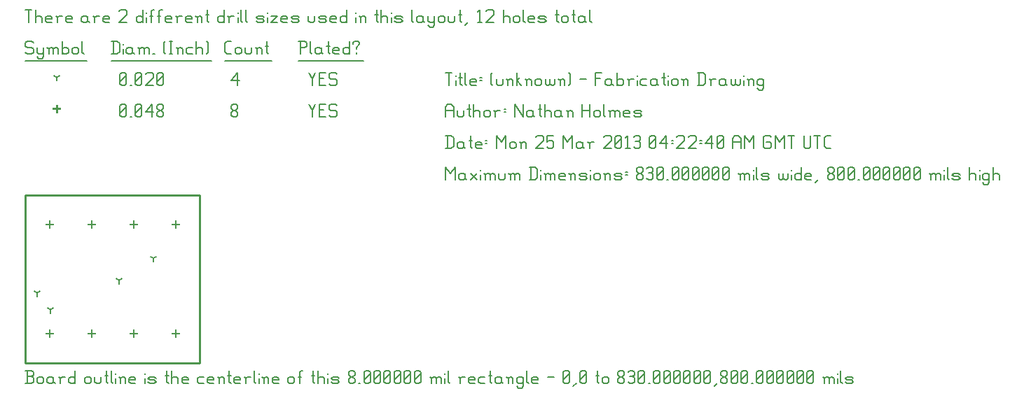
<source format=gbr>
G04 start of page 11 for group -3984 idx -3984 *
G04 Title: (unknown), fab *
G04 Creator: pcb 20110918 *
G04 CreationDate: Mon 25 Mar 2013 04:22:40 AM GMT UTC *
G04 For: ndholmes *
G04 Format: Gerber/RS-274X *
G04 PCB-Dimensions: 83000 80000 *
G04 PCB-Coordinate-Origin: lower left *
%MOIN*%
%FSLAX25Y25*%
%LNFAB*%
%ADD43C,0.0100*%
%ADD42C,0.0075*%
%ADD41C,0.0060*%
%ADD40R,0.0080X0.0080*%
G54D40*X71500Y15600D02*Y12400D01*
X69900Y14000D02*X73100D01*
X51500Y15600D02*Y12400D01*
X49900Y14000D02*X53100D01*
X31500Y15600D02*Y12400D01*
X29900Y14000D02*X33100D01*
X11500Y15600D02*Y12400D01*
X9900Y14000D02*X13100D01*
X11500Y67600D02*Y64400D01*
X9900Y66000D02*X13100D01*
X31500Y67600D02*Y64400D01*
X29900Y66000D02*X33100D01*
X51500Y67600D02*Y64400D01*
X49900Y66000D02*X53100D01*
X71500Y67600D02*Y64400D01*
X69900Y66000D02*X73100D01*
X15000Y122850D02*Y119650D01*
X13400Y121250D02*X16600D01*
G54D41*X135000Y123500D02*X136500Y120500D01*
X138000Y123500D01*
X136500Y120500D02*Y117500D01*
X139800Y120800D02*X142050D01*
X139800Y117500D02*X142800D01*
X139800Y123500D02*Y117500D01*
Y123500D02*X142800D01*
X147600D02*X148350Y122750D01*
X145350Y123500D02*X147600D01*
X144600Y122750D02*X145350Y123500D01*
X144600Y122750D02*Y121250D01*
X145350Y120500D01*
X147600D01*
X148350Y119750D01*
Y118250D01*
X147600Y117500D02*X148350Y118250D01*
X145350Y117500D02*X147600D01*
X144600Y118250D02*X145350Y117500D01*
X98000Y118250D02*X98750Y117500D01*
X98000Y119450D02*Y118250D01*
Y119450D02*X99050Y120500D01*
X99950D01*
X101000Y119450D01*
Y118250D01*
X100250Y117500D02*X101000Y118250D01*
X98750Y117500D02*X100250D01*
X98000Y121550D02*X99050Y120500D01*
X98000Y122750D02*Y121550D01*
Y122750D02*X98750Y123500D01*
X100250D01*
X101000Y122750D01*
Y121550D01*
X99950Y120500D02*X101000Y121550D01*
X45000Y118250D02*X45750Y117500D01*
X45000Y122750D02*Y118250D01*
Y122750D02*X45750Y123500D01*
X47250D01*
X48000Y122750D01*
Y118250D01*
X47250Y117500D02*X48000Y118250D01*
X45750Y117500D02*X47250D01*
X45000Y119000D02*X48000Y122000D01*
X49800Y117500D02*X50550D01*
X52350Y118250D02*X53100Y117500D01*
X52350Y122750D02*Y118250D01*
Y122750D02*X53100Y123500D01*
X54600D01*
X55350Y122750D01*
Y118250D01*
X54600Y117500D02*X55350Y118250D01*
X53100Y117500D02*X54600D01*
X52350Y119000D02*X55350Y122000D01*
X57150Y119750D02*X60150Y123500D01*
X57150Y119750D02*X60900D01*
X60150Y123500D02*Y117500D01*
X62700Y118250D02*X63450Y117500D01*
X62700Y119450D02*Y118250D01*
Y119450D02*X63750Y120500D01*
X64650D01*
X65700Y119450D01*
Y118250D01*
X64950Y117500D02*X65700Y118250D01*
X63450Y117500D02*X64950D01*
X62700Y121550D02*X63750Y120500D01*
X62700Y122750D02*Y121550D01*
Y122750D02*X63450Y123500D01*
X64950D01*
X65700Y122750D01*
Y121550D01*
X64650Y120500D02*X65700Y121550D01*
X44500Y39500D02*Y37900D01*
Y39500D02*X45887Y40300D01*
X44500Y39500D02*X43113Y40300D01*
X5500Y33500D02*Y31900D01*
Y33500D02*X6887Y34300D01*
X5500Y33500D02*X4113Y34300D01*
X12000Y25500D02*Y23900D01*
Y25500D02*X13387Y26300D01*
X12000Y25500D02*X10613Y26300D01*
X61000Y50000D02*Y48400D01*
Y50000D02*X62387Y50800D01*
X61000Y50000D02*X59613Y50800D01*
X15000Y136250D02*Y134650D01*
Y136250D02*X16387Y137050D01*
X15000Y136250D02*X13613Y137050D01*
X135000Y138500D02*X136500Y135500D01*
X138000Y138500D01*
X136500Y135500D02*Y132500D01*
X139800Y135800D02*X142050D01*
X139800Y132500D02*X142800D01*
X139800Y138500D02*Y132500D01*
Y138500D02*X142800D01*
X147600D02*X148350Y137750D01*
X145350Y138500D02*X147600D01*
X144600Y137750D02*X145350Y138500D01*
X144600Y137750D02*Y136250D01*
X145350Y135500D01*
X147600D01*
X148350Y134750D01*
Y133250D01*
X147600Y132500D02*X148350Y133250D01*
X145350Y132500D02*X147600D01*
X144600Y133250D02*X145350Y132500D01*
X98000Y134750D02*X101000Y138500D01*
X98000Y134750D02*X101750D01*
X101000Y138500D02*Y132500D01*
X45000Y133250D02*X45750Y132500D01*
X45000Y137750D02*Y133250D01*
Y137750D02*X45750Y138500D01*
X47250D01*
X48000Y137750D01*
Y133250D01*
X47250Y132500D02*X48000Y133250D01*
X45750Y132500D02*X47250D01*
X45000Y134000D02*X48000Y137000D01*
X49800Y132500D02*X50550D01*
X52350Y133250D02*X53100Y132500D01*
X52350Y137750D02*Y133250D01*
Y137750D02*X53100Y138500D01*
X54600D01*
X55350Y137750D01*
Y133250D01*
X54600Y132500D02*X55350Y133250D01*
X53100Y132500D02*X54600D01*
X52350Y134000D02*X55350Y137000D01*
X57150Y137750D02*X57900Y138500D01*
X60150D01*
X60900Y137750D01*
Y136250D01*
X57150Y132500D02*X60900Y136250D01*
X57150Y132500D02*X60900D01*
X62700Y133250D02*X63450Y132500D01*
X62700Y137750D02*Y133250D01*
Y137750D02*X63450Y138500D01*
X64950D01*
X65700Y137750D01*
Y133250D01*
X64950Y132500D02*X65700Y133250D01*
X63450Y132500D02*X64950D01*
X62700Y134000D02*X65700Y137000D01*
X3000Y153500D02*X3750Y152750D01*
X750Y153500D02*X3000D01*
X0Y152750D02*X750Y153500D01*
X0Y152750D02*Y151250D01*
X750Y150500D01*
X3000D01*
X3750Y149750D01*
Y148250D01*
X3000Y147500D02*X3750Y148250D01*
X750Y147500D02*X3000D01*
X0Y148250D02*X750Y147500D01*
X5550Y150500D02*Y148250D01*
X6300Y147500D01*
X8550Y150500D02*Y146000D01*
X7800Y145250D02*X8550Y146000D01*
X6300Y145250D02*X7800D01*
X5550Y146000D02*X6300Y145250D01*
Y147500D02*X7800D01*
X8550Y148250D01*
X11100Y149750D02*Y147500D01*
Y149750D02*X11850Y150500D01*
X12600D01*
X13350Y149750D01*
Y147500D01*
Y149750D02*X14100Y150500D01*
X14850D01*
X15600Y149750D01*
Y147500D01*
X10350Y150500D02*X11100Y149750D01*
X17400Y153500D02*Y147500D01*
Y148250D02*X18150Y147500D01*
X19650D01*
X20400Y148250D01*
Y149750D02*Y148250D01*
X19650Y150500D02*X20400Y149750D01*
X18150Y150500D02*X19650D01*
X17400Y149750D02*X18150Y150500D01*
X22200Y149750D02*Y148250D01*
Y149750D02*X22950Y150500D01*
X24450D01*
X25200Y149750D01*
Y148250D01*
X24450Y147500D02*X25200Y148250D01*
X22950Y147500D02*X24450D01*
X22200Y148250D02*X22950Y147500D01*
X27000Y153500D02*Y148250D01*
X27750Y147500D01*
X0Y144250D02*X29250D01*
X41750Y153500D02*Y147500D01*
X43700Y153500D02*X44750Y152450D01*
Y148550D01*
X43700Y147500D02*X44750Y148550D01*
X41000Y147500D02*X43700D01*
X41000Y153500D02*X43700D01*
G54D42*X46550Y152000D02*Y151850D01*
G54D41*Y149750D02*Y147500D01*
X50300Y150500D02*X51050Y149750D01*
X48800Y150500D02*X50300D01*
X48050Y149750D02*X48800Y150500D01*
X48050Y149750D02*Y148250D01*
X48800Y147500D01*
X51050Y150500D02*Y148250D01*
X51800Y147500D01*
X48800D02*X50300D01*
X51050Y148250D01*
X54350Y149750D02*Y147500D01*
Y149750D02*X55100Y150500D01*
X55850D01*
X56600Y149750D01*
Y147500D01*
Y149750D02*X57350Y150500D01*
X58100D01*
X58850Y149750D01*
Y147500D01*
X53600Y150500D02*X54350Y149750D01*
X60650Y147500D02*X61400D01*
X65900Y148250D02*X66650Y147500D01*
X65900Y152750D02*X66650Y153500D01*
X65900Y152750D02*Y148250D01*
X68450Y153500D02*X69950D01*
X69200D02*Y147500D01*
X68450D02*X69950D01*
X72500Y149750D02*Y147500D01*
Y149750D02*X73250Y150500D01*
X74000D01*
X74750Y149750D01*
Y147500D01*
X71750Y150500D02*X72500Y149750D01*
X77300Y150500D02*X79550D01*
X76550Y149750D02*X77300Y150500D01*
X76550Y149750D02*Y148250D01*
X77300Y147500D01*
X79550D01*
X81350Y153500D02*Y147500D01*
Y149750D02*X82100Y150500D01*
X83600D01*
X84350Y149750D01*
Y147500D01*
X86150Y153500D02*X86900Y152750D01*
Y148250D01*
X86150Y147500D02*X86900Y148250D01*
X41000Y144250D02*X88700D01*
X96050Y147500D02*X98000D01*
X95000Y148550D02*X96050Y147500D01*
X95000Y152450D02*Y148550D01*
Y152450D02*X96050Y153500D01*
X98000D01*
X99800Y149750D02*Y148250D01*
Y149750D02*X100550Y150500D01*
X102050D01*
X102800Y149750D01*
Y148250D01*
X102050Y147500D02*X102800Y148250D01*
X100550Y147500D02*X102050D01*
X99800Y148250D02*X100550Y147500D01*
X104600Y150500D02*Y148250D01*
X105350Y147500D01*
X106850D01*
X107600Y148250D01*
Y150500D02*Y148250D01*
X110150Y149750D02*Y147500D01*
Y149750D02*X110900Y150500D01*
X111650D01*
X112400Y149750D01*
Y147500D01*
X109400Y150500D02*X110150Y149750D01*
X114950Y153500D02*Y148250D01*
X115700Y147500D01*
X114200Y151250D02*X115700D01*
X95000Y144250D02*X117200D01*
X130750Y153500D02*Y147500D01*
X130000Y153500D02*X133000D01*
X133750Y152750D01*
Y151250D01*
X133000Y150500D02*X133750Y151250D01*
X130750Y150500D02*X133000D01*
X135550Y153500D02*Y148250D01*
X136300Y147500D01*
X140050Y150500D02*X140800Y149750D01*
X138550Y150500D02*X140050D01*
X137800Y149750D02*X138550Y150500D01*
X137800Y149750D02*Y148250D01*
X138550Y147500D01*
X140800Y150500D02*Y148250D01*
X141550Y147500D01*
X138550D02*X140050D01*
X140800Y148250D01*
X144100Y153500D02*Y148250D01*
X144850Y147500D01*
X143350Y151250D02*X144850D01*
X147100Y147500D02*X149350D01*
X146350Y148250D02*X147100Y147500D01*
X146350Y149750D02*Y148250D01*
Y149750D02*X147100Y150500D01*
X148600D01*
X149350Y149750D01*
X146350Y149000D02*X149350D01*
Y149750D02*Y149000D01*
X154150Y153500D02*Y147500D01*
X153400D02*X154150Y148250D01*
X151900Y147500D02*X153400D01*
X151150Y148250D02*X151900Y147500D01*
X151150Y149750D02*Y148250D01*
Y149750D02*X151900Y150500D01*
X153400D01*
X154150Y149750D01*
X157450Y150500D02*Y149750D01*
Y148250D02*Y147500D01*
X155950Y152750D02*Y152000D01*
Y152750D02*X156700Y153500D01*
X158200D01*
X158950Y152750D01*
Y152000D01*
X157450Y150500D02*X158950Y152000D01*
X130000Y144250D02*X160750D01*
X0Y168500D02*X3000D01*
X1500D02*Y162500D01*
X4800Y168500D02*Y162500D01*
Y164750D02*X5550Y165500D01*
X7050D01*
X7800Y164750D01*
Y162500D01*
X10350D02*X12600D01*
X9600Y163250D02*X10350Y162500D01*
X9600Y164750D02*Y163250D01*
Y164750D02*X10350Y165500D01*
X11850D01*
X12600Y164750D01*
X9600Y164000D02*X12600D01*
Y164750D02*Y164000D01*
X15150Y164750D02*Y162500D01*
Y164750D02*X15900Y165500D01*
X17400D01*
X14400D02*X15150Y164750D01*
X19950Y162500D02*X22200D01*
X19200Y163250D02*X19950Y162500D01*
X19200Y164750D02*Y163250D01*
Y164750D02*X19950Y165500D01*
X21450D01*
X22200Y164750D01*
X19200Y164000D02*X22200D01*
Y164750D02*Y164000D01*
X28950Y165500D02*X29700Y164750D01*
X27450Y165500D02*X28950D01*
X26700Y164750D02*X27450Y165500D01*
X26700Y164750D02*Y163250D01*
X27450Y162500D01*
X29700Y165500D02*Y163250D01*
X30450Y162500D01*
X27450D02*X28950D01*
X29700Y163250D01*
X33000Y164750D02*Y162500D01*
Y164750D02*X33750Y165500D01*
X35250D01*
X32250D02*X33000Y164750D01*
X37800Y162500D02*X40050D01*
X37050Y163250D02*X37800Y162500D01*
X37050Y164750D02*Y163250D01*
Y164750D02*X37800Y165500D01*
X39300D01*
X40050Y164750D01*
X37050Y164000D02*X40050D01*
Y164750D02*Y164000D01*
X44550Y167750D02*X45300Y168500D01*
X47550D01*
X48300Y167750D01*
Y166250D01*
X44550Y162500D02*X48300Y166250D01*
X44550Y162500D02*X48300D01*
X55800Y168500D02*Y162500D01*
X55050D02*X55800Y163250D01*
X53550Y162500D02*X55050D01*
X52800Y163250D02*X53550Y162500D01*
X52800Y164750D02*Y163250D01*
Y164750D02*X53550Y165500D01*
X55050D01*
X55800Y164750D01*
G54D42*X57600Y167000D02*Y166850D01*
G54D41*Y164750D02*Y162500D01*
X59850Y167750D02*Y162500D01*
Y167750D02*X60600Y168500D01*
X61350D01*
X59100Y165500D02*X60600D01*
X63600Y167750D02*Y162500D01*
Y167750D02*X64350Y168500D01*
X65100D01*
X62850Y165500D02*X64350D01*
X67350Y162500D02*X69600D01*
X66600Y163250D02*X67350Y162500D01*
X66600Y164750D02*Y163250D01*
Y164750D02*X67350Y165500D01*
X68850D01*
X69600Y164750D01*
X66600Y164000D02*X69600D01*
Y164750D02*Y164000D01*
X72150Y164750D02*Y162500D01*
Y164750D02*X72900Y165500D01*
X74400D01*
X71400D02*X72150Y164750D01*
X76950Y162500D02*X79200D01*
X76200Y163250D02*X76950Y162500D01*
X76200Y164750D02*Y163250D01*
Y164750D02*X76950Y165500D01*
X78450D01*
X79200Y164750D01*
X76200Y164000D02*X79200D01*
Y164750D02*Y164000D01*
X81750Y164750D02*Y162500D01*
Y164750D02*X82500Y165500D01*
X83250D01*
X84000Y164750D01*
Y162500D01*
X81000Y165500D02*X81750Y164750D01*
X86550Y168500D02*Y163250D01*
X87300Y162500D01*
X85800Y166250D02*X87300D01*
X94500Y168500D02*Y162500D01*
X93750D02*X94500Y163250D01*
X92250Y162500D02*X93750D01*
X91500Y163250D02*X92250Y162500D01*
X91500Y164750D02*Y163250D01*
Y164750D02*X92250Y165500D01*
X93750D01*
X94500Y164750D01*
X97050D02*Y162500D01*
Y164750D02*X97800Y165500D01*
X99300D01*
X96300D02*X97050Y164750D01*
G54D42*X101100Y167000D02*Y166850D01*
G54D41*Y164750D02*Y162500D01*
X102600Y168500D02*Y163250D01*
X103350Y162500D01*
X104850Y168500D02*Y163250D01*
X105600Y162500D01*
X110550D02*X112800D01*
X113550Y163250D01*
X112800Y164000D02*X113550Y163250D01*
X110550Y164000D02*X112800D01*
X109800Y164750D02*X110550Y164000D01*
X109800Y164750D02*X110550Y165500D01*
X112800D01*
X113550Y164750D01*
X109800Y163250D02*X110550Y162500D01*
G54D42*X115350Y167000D02*Y166850D01*
G54D41*Y164750D02*Y162500D01*
X116850Y165500D02*X119850D01*
X116850Y162500D02*X119850Y165500D01*
X116850Y162500D02*X119850D01*
X122400D02*X124650D01*
X121650Y163250D02*X122400Y162500D01*
X121650Y164750D02*Y163250D01*
Y164750D02*X122400Y165500D01*
X123900D01*
X124650Y164750D01*
X121650Y164000D02*X124650D01*
Y164750D02*Y164000D01*
X127200Y162500D02*X129450D01*
X130200Y163250D01*
X129450Y164000D02*X130200Y163250D01*
X127200Y164000D02*X129450D01*
X126450Y164750D02*X127200Y164000D01*
X126450Y164750D02*X127200Y165500D01*
X129450D01*
X130200Y164750D01*
X126450Y163250D02*X127200Y162500D01*
X134700Y165500D02*Y163250D01*
X135450Y162500D01*
X136950D01*
X137700Y163250D01*
Y165500D02*Y163250D01*
X140250Y162500D02*X142500D01*
X143250Y163250D01*
X142500Y164000D02*X143250Y163250D01*
X140250Y164000D02*X142500D01*
X139500Y164750D02*X140250Y164000D01*
X139500Y164750D02*X140250Y165500D01*
X142500D01*
X143250Y164750D01*
X139500Y163250D02*X140250Y162500D01*
X145800D02*X148050D01*
X145050Y163250D02*X145800Y162500D01*
X145050Y164750D02*Y163250D01*
Y164750D02*X145800Y165500D01*
X147300D01*
X148050Y164750D01*
X145050Y164000D02*X148050D01*
Y164750D02*Y164000D01*
X152850Y168500D02*Y162500D01*
X152100D02*X152850Y163250D01*
X150600Y162500D02*X152100D01*
X149850Y163250D02*X150600Y162500D01*
X149850Y164750D02*Y163250D01*
Y164750D02*X150600Y165500D01*
X152100D01*
X152850Y164750D01*
G54D42*X157350Y167000D02*Y166850D01*
G54D41*Y164750D02*Y162500D01*
X159600Y164750D02*Y162500D01*
Y164750D02*X160350Y165500D01*
X161100D01*
X161850Y164750D01*
Y162500D01*
X158850Y165500D02*X159600Y164750D01*
X167100Y168500D02*Y163250D01*
X167850Y162500D01*
X166350Y166250D02*X167850D01*
X169350Y168500D02*Y162500D01*
Y164750D02*X170100Y165500D01*
X171600D01*
X172350Y164750D01*
Y162500D01*
G54D42*X174150Y167000D02*Y166850D01*
G54D41*Y164750D02*Y162500D01*
X176400D02*X178650D01*
X179400Y163250D01*
X178650Y164000D02*X179400Y163250D01*
X176400Y164000D02*X178650D01*
X175650Y164750D02*X176400Y164000D01*
X175650Y164750D02*X176400Y165500D01*
X178650D01*
X179400Y164750D01*
X175650Y163250D02*X176400Y162500D01*
X183900Y168500D02*Y163250D01*
X184650Y162500D01*
X188400Y165500D02*X189150Y164750D01*
X186900Y165500D02*X188400D01*
X186150Y164750D02*X186900Y165500D01*
X186150Y164750D02*Y163250D01*
X186900Y162500D01*
X189150Y165500D02*Y163250D01*
X189900Y162500D01*
X186900D02*X188400D01*
X189150Y163250D01*
X191700Y165500D02*Y163250D01*
X192450Y162500D01*
X194700Y165500D02*Y161000D01*
X193950Y160250D02*X194700Y161000D01*
X192450Y160250D02*X193950D01*
X191700Y161000D02*X192450Y160250D01*
Y162500D02*X193950D01*
X194700Y163250D01*
X196500Y164750D02*Y163250D01*
Y164750D02*X197250Y165500D01*
X198750D01*
X199500Y164750D01*
Y163250D01*
X198750Y162500D02*X199500Y163250D01*
X197250Y162500D02*X198750D01*
X196500Y163250D02*X197250Y162500D01*
X201300Y165500D02*Y163250D01*
X202050Y162500D01*
X203550D01*
X204300Y163250D01*
Y165500D02*Y163250D01*
X206850Y168500D02*Y163250D01*
X207600Y162500D01*
X206100Y166250D02*X207600D01*
X209100Y161000D02*X210600Y162500D01*
X215100Y167300D02*X216300Y168500D01*
Y162500D01*
X215100D02*X217350D01*
X219150Y167750D02*X219900Y168500D01*
X222150D01*
X222900Y167750D01*
Y166250D01*
X219150Y162500D02*X222900Y166250D01*
X219150Y162500D02*X222900D01*
X227400Y168500D02*Y162500D01*
Y164750D02*X228150Y165500D01*
X229650D01*
X230400Y164750D01*
Y162500D01*
X232200Y164750D02*Y163250D01*
Y164750D02*X232950Y165500D01*
X234450D01*
X235200Y164750D01*
Y163250D01*
X234450Y162500D02*X235200Y163250D01*
X232950Y162500D02*X234450D01*
X232200Y163250D02*X232950Y162500D01*
X237000Y168500D02*Y163250D01*
X237750Y162500D01*
X240000D02*X242250D01*
X239250Y163250D02*X240000Y162500D01*
X239250Y164750D02*Y163250D01*
Y164750D02*X240000Y165500D01*
X241500D01*
X242250Y164750D01*
X239250Y164000D02*X242250D01*
Y164750D02*Y164000D01*
X244800Y162500D02*X247050D01*
X247800Y163250D01*
X247050Y164000D02*X247800Y163250D01*
X244800Y164000D02*X247050D01*
X244050Y164750D02*X244800Y164000D01*
X244050Y164750D02*X244800Y165500D01*
X247050D01*
X247800Y164750D01*
X244050Y163250D02*X244800Y162500D01*
X253050Y168500D02*Y163250D01*
X253800Y162500D01*
X252300Y166250D02*X253800D01*
X255300Y164750D02*Y163250D01*
Y164750D02*X256050Y165500D01*
X257550D01*
X258300Y164750D01*
Y163250D01*
X257550Y162500D02*X258300Y163250D01*
X256050Y162500D02*X257550D01*
X255300Y163250D02*X256050Y162500D01*
X260850Y168500D02*Y163250D01*
X261600Y162500D01*
X260100Y166250D02*X261600D01*
X265350Y165500D02*X266100Y164750D01*
X263850Y165500D02*X265350D01*
X263100Y164750D02*X263850Y165500D01*
X263100Y164750D02*Y163250D01*
X263850Y162500D01*
X266100Y165500D02*Y163250D01*
X266850Y162500D01*
X263850D02*X265350D01*
X266100Y163250D01*
X268650Y168500D02*Y163250D01*
X269400Y162500D01*
G54D43*X0Y80000D02*X83000D01*
X0D02*Y0D01*
X83000Y80000D02*Y0D01*
X0D02*X83000D01*
G54D41*X200000Y93500D02*Y87500D01*
Y93500D02*X202250Y90500D01*
X204500Y93500D01*
Y87500D01*
X208550Y90500D02*X209300Y89750D01*
X207050Y90500D02*X208550D01*
X206300Y89750D02*X207050Y90500D01*
X206300Y89750D02*Y88250D01*
X207050Y87500D01*
X209300Y90500D02*Y88250D01*
X210050Y87500D01*
X207050D02*X208550D01*
X209300Y88250D01*
X211850Y90500D02*X214850Y87500D01*
X211850D02*X214850Y90500D01*
G54D42*X216650Y92000D02*Y91850D01*
G54D41*Y89750D02*Y87500D01*
X218900Y89750D02*Y87500D01*
Y89750D02*X219650Y90500D01*
X220400D01*
X221150Y89750D01*
Y87500D01*
Y89750D02*X221900Y90500D01*
X222650D01*
X223400Y89750D01*
Y87500D01*
X218150Y90500D02*X218900Y89750D01*
X225200Y90500D02*Y88250D01*
X225950Y87500D01*
X227450D01*
X228200Y88250D01*
Y90500D02*Y88250D01*
X230750Y89750D02*Y87500D01*
Y89750D02*X231500Y90500D01*
X232250D01*
X233000Y89750D01*
Y87500D01*
Y89750D02*X233750Y90500D01*
X234500D01*
X235250Y89750D01*
Y87500D01*
X230000Y90500D02*X230750Y89750D01*
X240500Y93500D02*Y87500D01*
X242450Y93500D02*X243500Y92450D01*
Y88550D01*
X242450Y87500D02*X243500Y88550D01*
X239750Y87500D02*X242450D01*
X239750Y93500D02*X242450D01*
G54D42*X245300Y92000D02*Y91850D01*
G54D41*Y89750D02*Y87500D01*
X247550Y89750D02*Y87500D01*
Y89750D02*X248300Y90500D01*
X249050D01*
X249800Y89750D01*
Y87500D01*
Y89750D02*X250550Y90500D01*
X251300D01*
X252050Y89750D01*
Y87500D01*
X246800Y90500D02*X247550Y89750D01*
X254600Y87500D02*X256850D01*
X253850Y88250D02*X254600Y87500D01*
X253850Y89750D02*Y88250D01*
Y89750D02*X254600Y90500D01*
X256100D01*
X256850Y89750D01*
X253850Y89000D02*X256850D01*
Y89750D02*Y89000D01*
X259400Y89750D02*Y87500D01*
Y89750D02*X260150Y90500D01*
X260900D01*
X261650Y89750D01*
Y87500D01*
X258650Y90500D02*X259400Y89750D01*
X264200Y87500D02*X266450D01*
X267200Y88250D01*
X266450Y89000D02*X267200Y88250D01*
X264200Y89000D02*X266450D01*
X263450Y89750D02*X264200Y89000D01*
X263450Y89750D02*X264200Y90500D01*
X266450D01*
X267200Y89750D01*
X263450Y88250D02*X264200Y87500D01*
G54D42*X269000Y92000D02*Y91850D01*
G54D41*Y89750D02*Y87500D01*
X270500Y89750D02*Y88250D01*
Y89750D02*X271250Y90500D01*
X272750D01*
X273500Y89750D01*
Y88250D01*
X272750Y87500D02*X273500Y88250D01*
X271250Y87500D02*X272750D01*
X270500Y88250D02*X271250Y87500D01*
X276050Y89750D02*Y87500D01*
Y89750D02*X276800Y90500D01*
X277550D01*
X278300Y89750D01*
Y87500D01*
X275300Y90500D02*X276050Y89750D01*
X280850Y87500D02*X283100D01*
X283850Y88250D01*
X283100Y89000D02*X283850Y88250D01*
X280850Y89000D02*X283100D01*
X280100Y89750D02*X280850Y89000D01*
X280100Y89750D02*X280850Y90500D01*
X283100D01*
X283850Y89750D01*
X280100Y88250D02*X280850Y87500D01*
X285650Y91250D02*X286400D01*
X285650Y89750D02*X286400D01*
X290900Y88250D02*X291650Y87500D01*
X290900Y89450D02*Y88250D01*
Y89450D02*X291950Y90500D01*
X292850D01*
X293900Y89450D01*
Y88250D01*
X293150Y87500D02*X293900Y88250D01*
X291650Y87500D02*X293150D01*
X290900Y91550D02*X291950Y90500D01*
X290900Y92750D02*Y91550D01*
Y92750D02*X291650Y93500D01*
X293150D01*
X293900Y92750D01*
Y91550D01*
X292850Y90500D02*X293900Y91550D01*
X295700Y92750D02*X296450Y93500D01*
X297950D01*
X298700Y92750D01*
X297950Y87500D02*X298700Y88250D01*
X296450Y87500D02*X297950D01*
X295700Y88250D02*X296450Y87500D01*
Y90800D02*X297950D01*
X298700Y92750D02*Y91550D01*
Y90050D02*Y88250D01*
Y90050D02*X297950Y90800D01*
X298700Y91550D02*X297950Y90800D01*
X300500Y88250D02*X301250Y87500D01*
X300500Y92750D02*Y88250D01*
Y92750D02*X301250Y93500D01*
X302750D01*
X303500Y92750D01*
Y88250D01*
X302750Y87500D02*X303500Y88250D01*
X301250Y87500D02*X302750D01*
X300500Y89000D02*X303500Y92000D01*
X305300Y87500D02*X306050D01*
X307850Y88250D02*X308600Y87500D01*
X307850Y92750D02*Y88250D01*
Y92750D02*X308600Y93500D01*
X310100D01*
X310850Y92750D01*
Y88250D01*
X310100Y87500D02*X310850Y88250D01*
X308600Y87500D02*X310100D01*
X307850Y89000D02*X310850Y92000D01*
X312650Y88250D02*X313400Y87500D01*
X312650Y92750D02*Y88250D01*
Y92750D02*X313400Y93500D01*
X314900D01*
X315650Y92750D01*
Y88250D01*
X314900Y87500D02*X315650Y88250D01*
X313400Y87500D02*X314900D01*
X312650Y89000D02*X315650Y92000D01*
X317450Y88250D02*X318200Y87500D01*
X317450Y92750D02*Y88250D01*
Y92750D02*X318200Y93500D01*
X319700D01*
X320450Y92750D01*
Y88250D01*
X319700Y87500D02*X320450Y88250D01*
X318200Y87500D02*X319700D01*
X317450Y89000D02*X320450Y92000D01*
X322250Y88250D02*X323000Y87500D01*
X322250Y92750D02*Y88250D01*
Y92750D02*X323000Y93500D01*
X324500D01*
X325250Y92750D01*
Y88250D01*
X324500Y87500D02*X325250Y88250D01*
X323000Y87500D02*X324500D01*
X322250Y89000D02*X325250Y92000D01*
X327050Y88250D02*X327800Y87500D01*
X327050Y92750D02*Y88250D01*
Y92750D02*X327800Y93500D01*
X329300D01*
X330050Y92750D01*
Y88250D01*
X329300Y87500D02*X330050Y88250D01*
X327800Y87500D02*X329300D01*
X327050Y89000D02*X330050Y92000D01*
X331850Y88250D02*X332600Y87500D01*
X331850Y92750D02*Y88250D01*
Y92750D02*X332600Y93500D01*
X334100D01*
X334850Y92750D01*
Y88250D01*
X334100Y87500D02*X334850Y88250D01*
X332600Y87500D02*X334100D01*
X331850Y89000D02*X334850Y92000D01*
X340100Y89750D02*Y87500D01*
Y89750D02*X340850Y90500D01*
X341600D01*
X342350Y89750D01*
Y87500D01*
Y89750D02*X343100Y90500D01*
X343850D01*
X344600Y89750D01*
Y87500D01*
X339350Y90500D02*X340100Y89750D01*
G54D42*X346400Y92000D02*Y91850D01*
G54D41*Y89750D02*Y87500D01*
X347900Y93500D02*Y88250D01*
X348650Y87500D01*
X350900D02*X353150D01*
X353900Y88250D01*
X353150Y89000D02*X353900Y88250D01*
X350900Y89000D02*X353150D01*
X350150Y89750D02*X350900Y89000D01*
X350150Y89750D02*X350900Y90500D01*
X353150D01*
X353900Y89750D01*
X350150Y88250D02*X350900Y87500D01*
X358400Y90500D02*Y88250D01*
X359150Y87500D01*
X359900D01*
X360650Y88250D01*
Y90500D02*Y88250D01*
X361400Y87500D01*
X362150D01*
X362900Y88250D01*
Y90500D02*Y88250D01*
G54D42*X364700Y92000D02*Y91850D01*
G54D41*Y89750D02*Y87500D01*
X369200Y93500D02*Y87500D01*
X368450D02*X369200Y88250D01*
X366950Y87500D02*X368450D01*
X366200Y88250D02*X366950Y87500D01*
X366200Y89750D02*Y88250D01*
Y89750D02*X366950Y90500D01*
X368450D01*
X369200Y89750D01*
X371750Y87500D02*X374000D01*
X371000Y88250D02*X371750Y87500D01*
X371000Y89750D02*Y88250D01*
Y89750D02*X371750Y90500D01*
X373250D01*
X374000Y89750D01*
X371000Y89000D02*X374000D01*
Y89750D02*Y89000D01*
X375800Y86000D02*X377300Y87500D01*
X381800Y88250D02*X382550Y87500D01*
X381800Y89450D02*Y88250D01*
Y89450D02*X382850Y90500D01*
X383750D01*
X384800Y89450D01*
Y88250D01*
X384050Y87500D02*X384800Y88250D01*
X382550Y87500D02*X384050D01*
X381800Y91550D02*X382850Y90500D01*
X381800Y92750D02*Y91550D01*
Y92750D02*X382550Y93500D01*
X384050D01*
X384800Y92750D01*
Y91550D01*
X383750Y90500D02*X384800Y91550D01*
X386600Y88250D02*X387350Y87500D01*
X386600Y92750D02*Y88250D01*
Y92750D02*X387350Y93500D01*
X388850D01*
X389600Y92750D01*
Y88250D01*
X388850Y87500D02*X389600Y88250D01*
X387350Y87500D02*X388850D01*
X386600Y89000D02*X389600Y92000D01*
X391400Y88250D02*X392150Y87500D01*
X391400Y92750D02*Y88250D01*
Y92750D02*X392150Y93500D01*
X393650D01*
X394400Y92750D01*
Y88250D01*
X393650Y87500D02*X394400Y88250D01*
X392150Y87500D02*X393650D01*
X391400Y89000D02*X394400Y92000D01*
X396200Y87500D02*X396950D01*
X398750Y88250D02*X399500Y87500D01*
X398750Y92750D02*Y88250D01*
Y92750D02*X399500Y93500D01*
X401000D01*
X401750Y92750D01*
Y88250D01*
X401000Y87500D02*X401750Y88250D01*
X399500Y87500D02*X401000D01*
X398750Y89000D02*X401750Y92000D01*
X403550Y88250D02*X404300Y87500D01*
X403550Y92750D02*Y88250D01*
Y92750D02*X404300Y93500D01*
X405800D01*
X406550Y92750D01*
Y88250D01*
X405800Y87500D02*X406550Y88250D01*
X404300Y87500D02*X405800D01*
X403550Y89000D02*X406550Y92000D01*
X408350Y88250D02*X409100Y87500D01*
X408350Y92750D02*Y88250D01*
Y92750D02*X409100Y93500D01*
X410600D01*
X411350Y92750D01*
Y88250D01*
X410600Y87500D02*X411350Y88250D01*
X409100Y87500D02*X410600D01*
X408350Y89000D02*X411350Y92000D01*
X413150Y88250D02*X413900Y87500D01*
X413150Y92750D02*Y88250D01*
Y92750D02*X413900Y93500D01*
X415400D01*
X416150Y92750D01*
Y88250D01*
X415400Y87500D02*X416150Y88250D01*
X413900Y87500D02*X415400D01*
X413150Y89000D02*X416150Y92000D01*
X417950Y88250D02*X418700Y87500D01*
X417950Y92750D02*Y88250D01*
Y92750D02*X418700Y93500D01*
X420200D01*
X420950Y92750D01*
Y88250D01*
X420200Y87500D02*X420950Y88250D01*
X418700Y87500D02*X420200D01*
X417950Y89000D02*X420950Y92000D01*
X422750Y88250D02*X423500Y87500D01*
X422750Y92750D02*Y88250D01*
Y92750D02*X423500Y93500D01*
X425000D01*
X425750Y92750D01*
Y88250D01*
X425000Y87500D02*X425750Y88250D01*
X423500Y87500D02*X425000D01*
X422750Y89000D02*X425750Y92000D01*
X431000Y89750D02*Y87500D01*
Y89750D02*X431750Y90500D01*
X432500D01*
X433250Y89750D01*
Y87500D01*
Y89750D02*X434000Y90500D01*
X434750D01*
X435500Y89750D01*
Y87500D01*
X430250Y90500D02*X431000Y89750D01*
G54D42*X437300Y92000D02*Y91850D01*
G54D41*Y89750D02*Y87500D01*
X438800Y93500D02*Y88250D01*
X439550Y87500D01*
X441800D02*X444050D01*
X444800Y88250D01*
X444050Y89000D02*X444800Y88250D01*
X441800Y89000D02*X444050D01*
X441050Y89750D02*X441800Y89000D01*
X441050Y89750D02*X441800Y90500D01*
X444050D01*
X444800Y89750D01*
X441050Y88250D02*X441800Y87500D01*
X449300Y93500D02*Y87500D01*
Y89750D02*X450050Y90500D01*
X451550D01*
X452300Y89750D01*
Y87500D01*
G54D42*X454100Y92000D02*Y91850D01*
G54D41*Y89750D02*Y87500D01*
X457850Y90500D02*X458600Y89750D01*
X456350Y90500D02*X457850D01*
X455600Y89750D02*X456350Y90500D01*
X455600Y89750D02*Y88250D01*
X456350Y87500D01*
X457850D01*
X458600Y88250D01*
X455600Y86000D02*X456350Y85250D01*
X457850D01*
X458600Y86000D01*
Y90500D02*Y86000D01*
X460400Y93500D02*Y87500D01*
Y89750D02*X461150Y90500D01*
X462650D01*
X463400Y89750D01*
Y87500D01*
X0Y-9500D02*X3000D01*
X3750Y-8750D01*
Y-6950D02*Y-8750D01*
X3000Y-6200D02*X3750Y-6950D01*
X750Y-6200D02*X3000D01*
X750Y-3500D02*Y-9500D01*
X0Y-3500D02*X3000D01*
X3750Y-4250D01*
Y-5450D01*
X3000Y-6200D02*X3750Y-5450D01*
X5550Y-7250D02*Y-8750D01*
Y-7250D02*X6300Y-6500D01*
X7800D01*
X8550Y-7250D01*
Y-8750D01*
X7800Y-9500D02*X8550Y-8750D01*
X6300Y-9500D02*X7800D01*
X5550Y-8750D02*X6300Y-9500D01*
X12600Y-6500D02*X13350Y-7250D01*
X11100Y-6500D02*X12600D01*
X10350Y-7250D02*X11100Y-6500D01*
X10350Y-7250D02*Y-8750D01*
X11100Y-9500D01*
X13350Y-6500D02*Y-8750D01*
X14100Y-9500D01*
X11100D02*X12600D01*
X13350Y-8750D01*
X16650Y-7250D02*Y-9500D01*
Y-7250D02*X17400Y-6500D01*
X18900D01*
X15900D02*X16650Y-7250D01*
X23700Y-3500D02*Y-9500D01*
X22950D02*X23700Y-8750D01*
X21450Y-9500D02*X22950D01*
X20700Y-8750D02*X21450Y-9500D01*
X20700Y-7250D02*Y-8750D01*
Y-7250D02*X21450Y-6500D01*
X22950D01*
X23700Y-7250D01*
X28200D02*Y-8750D01*
Y-7250D02*X28950Y-6500D01*
X30450D01*
X31200Y-7250D01*
Y-8750D01*
X30450Y-9500D02*X31200Y-8750D01*
X28950Y-9500D02*X30450D01*
X28200Y-8750D02*X28950Y-9500D01*
X33000Y-6500D02*Y-8750D01*
X33750Y-9500D01*
X35250D01*
X36000Y-8750D01*
Y-6500D02*Y-8750D01*
X38550Y-3500D02*Y-8750D01*
X39300Y-9500D01*
X37800Y-5750D02*X39300D01*
X40800Y-3500D02*Y-8750D01*
X41550Y-9500D01*
G54D42*X43050Y-5000D02*Y-5150D01*
G54D41*Y-7250D02*Y-9500D01*
X45300Y-7250D02*Y-9500D01*
Y-7250D02*X46050Y-6500D01*
X46800D01*
X47550Y-7250D01*
Y-9500D01*
X44550Y-6500D02*X45300Y-7250D01*
X50100Y-9500D02*X52350D01*
X49350Y-8750D02*X50100Y-9500D01*
X49350Y-7250D02*Y-8750D01*
Y-7250D02*X50100Y-6500D01*
X51600D01*
X52350Y-7250D01*
X49350Y-8000D02*X52350D01*
Y-7250D02*Y-8000D01*
G54D42*X56850Y-5000D02*Y-5150D01*
G54D41*Y-7250D02*Y-9500D01*
X59100D02*X61350D01*
X62100Y-8750D01*
X61350Y-8000D02*X62100Y-8750D01*
X59100Y-8000D02*X61350D01*
X58350Y-7250D02*X59100Y-8000D01*
X58350Y-7250D02*X59100Y-6500D01*
X61350D01*
X62100Y-7250D01*
X58350Y-8750D02*X59100Y-9500D01*
X67350Y-3500D02*Y-8750D01*
X68100Y-9500D01*
X66600Y-5750D02*X68100D01*
X69600Y-3500D02*Y-9500D01*
Y-7250D02*X70350Y-6500D01*
X71850D01*
X72600Y-7250D01*
Y-9500D01*
X75150D02*X77400D01*
X74400Y-8750D02*X75150Y-9500D01*
X74400Y-7250D02*Y-8750D01*
Y-7250D02*X75150Y-6500D01*
X76650D01*
X77400Y-7250D01*
X74400Y-8000D02*X77400D01*
Y-7250D02*Y-8000D01*
X82650Y-6500D02*X84900D01*
X81900Y-7250D02*X82650Y-6500D01*
X81900Y-7250D02*Y-8750D01*
X82650Y-9500D01*
X84900D01*
X87450D02*X89700D01*
X86700Y-8750D02*X87450Y-9500D01*
X86700Y-7250D02*Y-8750D01*
Y-7250D02*X87450Y-6500D01*
X88950D01*
X89700Y-7250D01*
X86700Y-8000D02*X89700D01*
Y-7250D02*Y-8000D01*
X92250Y-7250D02*Y-9500D01*
Y-7250D02*X93000Y-6500D01*
X93750D01*
X94500Y-7250D01*
Y-9500D01*
X91500Y-6500D02*X92250Y-7250D01*
X97050Y-3500D02*Y-8750D01*
X97800Y-9500D01*
X96300Y-5750D02*X97800D01*
X100050Y-9500D02*X102300D01*
X99300Y-8750D02*X100050Y-9500D01*
X99300Y-7250D02*Y-8750D01*
Y-7250D02*X100050Y-6500D01*
X101550D01*
X102300Y-7250D01*
X99300Y-8000D02*X102300D01*
Y-7250D02*Y-8000D01*
X104850Y-7250D02*Y-9500D01*
Y-7250D02*X105600Y-6500D01*
X107100D01*
X104100D02*X104850Y-7250D01*
X108900Y-3500D02*Y-8750D01*
X109650Y-9500D01*
G54D42*X111150Y-5000D02*Y-5150D01*
G54D41*Y-7250D02*Y-9500D01*
X113400Y-7250D02*Y-9500D01*
Y-7250D02*X114150Y-6500D01*
X114900D01*
X115650Y-7250D01*
Y-9500D01*
X112650Y-6500D02*X113400Y-7250D01*
X118200Y-9500D02*X120450D01*
X117450Y-8750D02*X118200Y-9500D01*
X117450Y-7250D02*Y-8750D01*
Y-7250D02*X118200Y-6500D01*
X119700D01*
X120450Y-7250D01*
X117450Y-8000D02*X120450D01*
Y-7250D02*Y-8000D01*
X124950Y-7250D02*Y-8750D01*
Y-7250D02*X125700Y-6500D01*
X127200D01*
X127950Y-7250D01*
Y-8750D01*
X127200Y-9500D02*X127950Y-8750D01*
X125700Y-9500D02*X127200D01*
X124950Y-8750D02*X125700Y-9500D01*
X130500Y-4250D02*Y-9500D01*
Y-4250D02*X131250Y-3500D01*
X132000D01*
X129750Y-6500D02*X131250D01*
X136950Y-3500D02*Y-8750D01*
X137700Y-9500D01*
X136200Y-5750D02*X137700D01*
X139200Y-3500D02*Y-9500D01*
Y-7250D02*X139950Y-6500D01*
X141450D01*
X142200Y-7250D01*
Y-9500D01*
G54D42*X144000Y-5000D02*Y-5150D01*
G54D41*Y-7250D02*Y-9500D01*
X146250D02*X148500D01*
X149250Y-8750D01*
X148500Y-8000D02*X149250Y-8750D01*
X146250Y-8000D02*X148500D01*
X145500Y-7250D02*X146250Y-8000D01*
X145500Y-7250D02*X146250Y-6500D01*
X148500D01*
X149250Y-7250D01*
X145500Y-8750D02*X146250Y-9500D01*
X153750Y-8750D02*X154500Y-9500D01*
X153750Y-7550D02*Y-8750D01*
Y-7550D02*X154800Y-6500D01*
X155700D01*
X156750Y-7550D01*
Y-8750D01*
X156000Y-9500D02*X156750Y-8750D01*
X154500Y-9500D02*X156000D01*
X153750Y-5450D02*X154800Y-6500D01*
X153750Y-4250D02*Y-5450D01*
Y-4250D02*X154500Y-3500D01*
X156000D01*
X156750Y-4250D01*
Y-5450D01*
X155700Y-6500D02*X156750Y-5450D01*
X158550Y-9500D02*X159300D01*
X161100Y-8750D02*X161850Y-9500D01*
X161100Y-4250D02*Y-8750D01*
Y-4250D02*X161850Y-3500D01*
X163350D01*
X164100Y-4250D01*
Y-8750D01*
X163350Y-9500D02*X164100Y-8750D01*
X161850Y-9500D02*X163350D01*
X161100Y-8000D02*X164100Y-5000D01*
X165900Y-8750D02*X166650Y-9500D01*
X165900Y-4250D02*Y-8750D01*
Y-4250D02*X166650Y-3500D01*
X168150D01*
X168900Y-4250D01*
Y-8750D01*
X168150Y-9500D02*X168900Y-8750D01*
X166650Y-9500D02*X168150D01*
X165900Y-8000D02*X168900Y-5000D01*
X170700Y-8750D02*X171450Y-9500D01*
X170700Y-4250D02*Y-8750D01*
Y-4250D02*X171450Y-3500D01*
X172950D01*
X173700Y-4250D01*
Y-8750D01*
X172950Y-9500D02*X173700Y-8750D01*
X171450Y-9500D02*X172950D01*
X170700Y-8000D02*X173700Y-5000D01*
X175500Y-8750D02*X176250Y-9500D01*
X175500Y-4250D02*Y-8750D01*
Y-4250D02*X176250Y-3500D01*
X177750D01*
X178500Y-4250D01*
Y-8750D01*
X177750Y-9500D02*X178500Y-8750D01*
X176250Y-9500D02*X177750D01*
X175500Y-8000D02*X178500Y-5000D01*
X180300Y-8750D02*X181050Y-9500D01*
X180300Y-4250D02*Y-8750D01*
Y-4250D02*X181050Y-3500D01*
X182550D01*
X183300Y-4250D01*
Y-8750D01*
X182550Y-9500D02*X183300Y-8750D01*
X181050Y-9500D02*X182550D01*
X180300Y-8000D02*X183300Y-5000D01*
X185100Y-8750D02*X185850Y-9500D01*
X185100Y-4250D02*Y-8750D01*
Y-4250D02*X185850Y-3500D01*
X187350D01*
X188100Y-4250D01*
Y-8750D01*
X187350Y-9500D02*X188100Y-8750D01*
X185850Y-9500D02*X187350D01*
X185100Y-8000D02*X188100Y-5000D01*
X193350Y-7250D02*Y-9500D01*
Y-7250D02*X194100Y-6500D01*
X194850D01*
X195600Y-7250D01*
Y-9500D01*
Y-7250D02*X196350Y-6500D01*
X197100D01*
X197850Y-7250D01*
Y-9500D01*
X192600Y-6500D02*X193350Y-7250D01*
G54D42*X199650Y-5000D02*Y-5150D01*
G54D41*Y-7250D02*Y-9500D01*
X201150Y-3500D02*Y-8750D01*
X201900Y-9500D01*
X206850Y-7250D02*Y-9500D01*
Y-7250D02*X207600Y-6500D01*
X209100D01*
X206100D02*X206850Y-7250D01*
X211650Y-9500D02*X213900D01*
X210900Y-8750D02*X211650Y-9500D01*
X210900Y-7250D02*Y-8750D01*
Y-7250D02*X211650Y-6500D01*
X213150D01*
X213900Y-7250D01*
X210900Y-8000D02*X213900D01*
Y-7250D02*Y-8000D01*
X216450Y-6500D02*X218700D01*
X215700Y-7250D02*X216450Y-6500D01*
X215700Y-7250D02*Y-8750D01*
X216450Y-9500D01*
X218700D01*
X221250Y-3500D02*Y-8750D01*
X222000Y-9500D01*
X220500Y-5750D02*X222000D01*
X225750Y-6500D02*X226500Y-7250D01*
X224250Y-6500D02*X225750D01*
X223500Y-7250D02*X224250Y-6500D01*
X223500Y-7250D02*Y-8750D01*
X224250Y-9500D01*
X226500Y-6500D02*Y-8750D01*
X227250Y-9500D01*
X224250D02*X225750D01*
X226500Y-8750D01*
X229800Y-7250D02*Y-9500D01*
Y-7250D02*X230550Y-6500D01*
X231300D01*
X232050Y-7250D01*
Y-9500D01*
X229050Y-6500D02*X229800Y-7250D01*
X236100Y-6500D02*X236850Y-7250D01*
X234600Y-6500D02*X236100D01*
X233850Y-7250D02*X234600Y-6500D01*
X233850Y-7250D02*Y-8750D01*
X234600Y-9500D01*
X236100D01*
X236850Y-8750D01*
X233850Y-11000D02*X234600Y-11750D01*
X236100D01*
X236850Y-11000D01*
Y-6500D02*Y-11000D01*
X238650Y-3500D02*Y-8750D01*
X239400Y-9500D01*
X241650D02*X243900D01*
X240900Y-8750D02*X241650Y-9500D01*
X240900Y-7250D02*Y-8750D01*
Y-7250D02*X241650Y-6500D01*
X243150D01*
X243900Y-7250D01*
X240900Y-8000D02*X243900D01*
Y-7250D02*Y-8000D01*
X248400Y-6500D02*X251400D01*
X255900Y-8750D02*X256650Y-9500D01*
X255900Y-4250D02*Y-8750D01*
Y-4250D02*X256650Y-3500D01*
X258150D01*
X258900Y-4250D01*
Y-8750D01*
X258150Y-9500D02*X258900Y-8750D01*
X256650Y-9500D02*X258150D01*
X255900Y-8000D02*X258900Y-5000D01*
X260700Y-11000D02*X262200Y-9500D01*
X264000Y-8750D02*X264750Y-9500D01*
X264000Y-4250D02*Y-8750D01*
Y-4250D02*X264750Y-3500D01*
X266250D01*
X267000Y-4250D01*
Y-8750D01*
X266250Y-9500D02*X267000Y-8750D01*
X264750Y-9500D02*X266250D01*
X264000Y-8000D02*X267000Y-5000D01*
X272250Y-3500D02*Y-8750D01*
X273000Y-9500D01*
X271500Y-5750D02*X273000D01*
X274500Y-7250D02*Y-8750D01*
Y-7250D02*X275250Y-6500D01*
X276750D01*
X277500Y-7250D01*
Y-8750D01*
X276750Y-9500D02*X277500Y-8750D01*
X275250Y-9500D02*X276750D01*
X274500Y-8750D02*X275250Y-9500D01*
X282000Y-8750D02*X282750Y-9500D01*
X282000Y-7550D02*Y-8750D01*
Y-7550D02*X283050Y-6500D01*
X283950D01*
X285000Y-7550D01*
Y-8750D01*
X284250Y-9500D02*X285000Y-8750D01*
X282750Y-9500D02*X284250D01*
X282000Y-5450D02*X283050Y-6500D01*
X282000Y-4250D02*Y-5450D01*
Y-4250D02*X282750Y-3500D01*
X284250D01*
X285000Y-4250D01*
Y-5450D01*
X283950Y-6500D02*X285000Y-5450D01*
X286800Y-4250D02*X287550Y-3500D01*
X289050D01*
X289800Y-4250D01*
X289050Y-9500D02*X289800Y-8750D01*
X287550Y-9500D02*X289050D01*
X286800Y-8750D02*X287550Y-9500D01*
Y-6200D02*X289050D01*
X289800Y-4250D02*Y-5450D01*
Y-6950D02*Y-8750D01*
Y-6950D02*X289050Y-6200D01*
X289800Y-5450D02*X289050Y-6200D01*
X291600Y-8750D02*X292350Y-9500D01*
X291600Y-4250D02*Y-8750D01*
Y-4250D02*X292350Y-3500D01*
X293850D01*
X294600Y-4250D01*
Y-8750D01*
X293850Y-9500D02*X294600Y-8750D01*
X292350Y-9500D02*X293850D01*
X291600Y-8000D02*X294600Y-5000D01*
X296400Y-9500D02*X297150D01*
X298950Y-8750D02*X299700Y-9500D01*
X298950Y-4250D02*Y-8750D01*
Y-4250D02*X299700Y-3500D01*
X301200D01*
X301950Y-4250D01*
Y-8750D01*
X301200Y-9500D02*X301950Y-8750D01*
X299700Y-9500D02*X301200D01*
X298950Y-8000D02*X301950Y-5000D01*
X303750Y-8750D02*X304500Y-9500D01*
X303750Y-4250D02*Y-8750D01*
Y-4250D02*X304500Y-3500D01*
X306000D01*
X306750Y-4250D01*
Y-8750D01*
X306000Y-9500D02*X306750Y-8750D01*
X304500Y-9500D02*X306000D01*
X303750Y-8000D02*X306750Y-5000D01*
X308550Y-8750D02*X309300Y-9500D01*
X308550Y-4250D02*Y-8750D01*
Y-4250D02*X309300Y-3500D01*
X310800D01*
X311550Y-4250D01*
Y-8750D01*
X310800Y-9500D02*X311550Y-8750D01*
X309300Y-9500D02*X310800D01*
X308550Y-8000D02*X311550Y-5000D01*
X313350Y-8750D02*X314100Y-9500D01*
X313350Y-4250D02*Y-8750D01*
Y-4250D02*X314100Y-3500D01*
X315600D01*
X316350Y-4250D01*
Y-8750D01*
X315600Y-9500D02*X316350Y-8750D01*
X314100Y-9500D02*X315600D01*
X313350Y-8000D02*X316350Y-5000D01*
X318150Y-8750D02*X318900Y-9500D01*
X318150Y-4250D02*Y-8750D01*
Y-4250D02*X318900Y-3500D01*
X320400D01*
X321150Y-4250D01*
Y-8750D01*
X320400Y-9500D02*X321150Y-8750D01*
X318900Y-9500D02*X320400D01*
X318150Y-8000D02*X321150Y-5000D01*
X322950Y-8750D02*X323700Y-9500D01*
X322950Y-4250D02*Y-8750D01*
Y-4250D02*X323700Y-3500D01*
X325200D01*
X325950Y-4250D01*
Y-8750D01*
X325200Y-9500D02*X325950Y-8750D01*
X323700Y-9500D02*X325200D01*
X322950Y-8000D02*X325950Y-5000D01*
X327750Y-11000D02*X329250Y-9500D01*
X331050Y-8750D02*X331800Y-9500D01*
X331050Y-7550D02*Y-8750D01*
Y-7550D02*X332100Y-6500D01*
X333000D01*
X334050Y-7550D01*
Y-8750D01*
X333300Y-9500D02*X334050Y-8750D01*
X331800Y-9500D02*X333300D01*
X331050Y-5450D02*X332100Y-6500D01*
X331050Y-4250D02*Y-5450D01*
Y-4250D02*X331800Y-3500D01*
X333300D01*
X334050Y-4250D01*
Y-5450D01*
X333000Y-6500D02*X334050Y-5450D01*
X335850Y-8750D02*X336600Y-9500D01*
X335850Y-4250D02*Y-8750D01*
Y-4250D02*X336600Y-3500D01*
X338100D01*
X338850Y-4250D01*
Y-8750D01*
X338100Y-9500D02*X338850Y-8750D01*
X336600Y-9500D02*X338100D01*
X335850Y-8000D02*X338850Y-5000D01*
X340650Y-8750D02*X341400Y-9500D01*
X340650Y-4250D02*Y-8750D01*
Y-4250D02*X341400Y-3500D01*
X342900D01*
X343650Y-4250D01*
Y-8750D01*
X342900Y-9500D02*X343650Y-8750D01*
X341400Y-9500D02*X342900D01*
X340650Y-8000D02*X343650Y-5000D01*
X345450Y-9500D02*X346200D01*
X348000Y-8750D02*X348750Y-9500D01*
X348000Y-4250D02*Y-8750D01*
Y-4250D02*X348750Y-3500D01*
X350250D01*
X351000Y-4250D01*
Y-8750D01*
X350250Y-9500D02*X351000Y-8750D01*
X348750Y-9500D02*X350250D01*
X348000Y-8000D02*X351000Y-5000D01*
X352800Y-8750D02*X353550Y-9500D01*
X352800Y-4250D02*Y-8750D01*
Y-4250D02*X353550Y-3500D01*
X355050D01*
X355800Y-4250D01*
Y-8750D01*
X355050Y-9500D02*X355800Y-8750D01*
X353550Y-9500D02*X355050D01*
X352800Y-8000D02*X355800Y-5000D01*
X357600Y-8750D02*X358350Y-9500D01*
X357600Y-4250D02*Y-8750D01*
Y-4250D02*X358350Y-3500D01*
X359850D01*
X360600Y-4250D01*
Y-8750D01*
X359850Y-9500D02*X360600Y-8750D01*
X358350Y-9500D02*X359850D01*
X357600Y-8000D02*X360600Y-5000D01*
X362400Y-8750D02*X363150Y-9500D01*
X362400Y-4250D02*Y-8750D01*
Y-4250D02*X363150Y-3500D01*
X364650D01*
X365400Y-4250D01*
Y-8750D01*
X364650Y-9500D02*X365400Y-8750D01*
X363150Y-9500D02*X364650D01*
X362400Y-8000D02*X365400Y-5000D01*
X367200Y-8750D02*X367950Y-9500D01*
X367200Y-4250D02*Y-8750D01*
Y-4250D02*X367950Y-3500D01*
X369450D01*
X370200Y-4250D01*
Y-8750D01*
X369450Y-9500D02*X370200Y-8750D01*
X367950Y-9500D02*X369450D01*
X367200Y-8000D02*X370200Y-5000D01*
X372000Y-8750D02*X372750Y-9500D01*
X372000Y-4250D02*Y-8750D01*
Y-4250D02*X372750Y-3500D01*
X374250D01*
X375000Y-4250D01*
Y-8750D01*
X374250Y-9500D02*X375000Y-8750D01*
X372750Y-9500D02*X374250D01*
X372000Y-8000D02*X375000Y-5000D01*
X380250Y-7250D02*Y-9500D01*
Y-7250D02*X381000Y-6500D01*
X381750D01*
X382500Y-7250D01*
Y-9500D01*
Y-7250D02*X383250Y-6500D01*
X384000D01*
X384750Y-7250D01*
Y-9500D01*
X379500Y-6500D02*X380250Y-7250D01*
G54D42*X386550Y-5000D02*Y-5150D01*
G54D41*Y-7250D02*Y-9500D01*
X388050Y-3500D02*Y-8750D01*
X388800Y-9500D01*
X391050D02*X393300D01*
X394050Y-8750D01*
X393300Y-8000D02*X394050Y-8750D01*
X391050Y-8000D02*X393300D01*
X390300Y-7250D02*X391050Y-8000D01*
X390300Y-7250D02*X391050Y-6500D01*
X393300D01*
X394050Y-7250D01*
X390300Y-8750D02*X391050Y-9500D01*
X200750Y108500D02*Y102500D01*
X202700Y108500D02*X203750Y107450D01*
Y103550D01*
X202700Y102500D02*X203750Y103550D01*
X200000Y102500D02*X202700D01*
X200000Y108500D02*X202700D01*
X207800Y105500D02*X208550Y104750D01*
X206300Y105500D02*X207800D01*
X205550Y104750D02*X206300Y105500D01*
X205550Y104750D02*Y103250D01*
X206300Y102500D01*
X208550Y105500D02*Y103250D01*
X209300Y102500D01*
X206300D02*X207800D01*
X208550Y103250D01*
X211850Y108500D02*Y103250D01*
X212600Y102500D01*
X211100Y106250D02*X212600D01*
X214850Y102500D02*X217100D01*
X214100Y103250D02*X214850Y102500D01*
X214100Y104750D02*Y103250D01*
Y104750D02*X214850Y105500D01*
X216350D01*
X217100Y104750D01*
X214100Y104000D02*X217100D01*
Y104750D02*Y104000D01*
X218900Y106250D02*X219650D01*
X218900Y104750D02*X219650D01*
X224150Y108500D02*Y102500D01*
Y108500D02*X226400Y105500D01*
X228650Y108500D01*
Y102500D01*
X230450Y104750D02*Y103250D01*
Y104750D02*X231200Y105500D01*
X232700D01*
X233450Y104750D01*
Y103250D01*
X232700Y102500D02*X233450Y103250D01*
X231200Y102500D02*X232700D01*
X230450Y103250D02*X231200Y102500D01*
X236000Y104750D02*Y102500D01*
Y104750D02*X236750Y105500D01*
X237500D01*
X238250Y104750D01*
Y102500D01*
X235250Y105500D02*X236000Y104750D01*
X242750Y107750D02*X243500Y108500D01*
X245750D01*
X246500Y107750D01*
Y106250D01*
X242750Y102500D02*X246500Y106250D01*
X242750Y102500D02*X246500D01*
X248300Y108500D02*X251300D01*
X248300D02*Y105500D01*
X249050Y106250D01*
X250550D01*
X251300Y105500D01*
Y103250D01*
X250550Y102500D02*X251300Y103250D01*
X249050Y102500D02*X250550D01*
X248300Y103250D02*X249050Y102500D01*
X255800Y108500D02*Y102500D01*
Y108500D02*X258050Y105500D01*
X260300Y108500D01*
Y102500D01*
X264350Y105500D02*X265100Y104750D01*
X262850Y105500D02*X264350D01*
X262100Y104750D02*X262850Y105500D01*
X262100Y104750D02*Y103250D01*
X262850Y102500D01*
X265100Y105500D02*Y103250D01*
X265850Y102500D01*
X262850D02*X264350D01*
X265100Y103250D01*
X268400Y104750D02*Y102500D01*
Y104750D02*X269150Y105500D01*
X270650D01*
X267650D02*X268400Y104750D01*
X275150Y107750D02*X275900Y108500D01*
X278150D01*
X278900Y107750D01*
Y106250D01*
X275150Y102500D02*X278900Y106250D01*
X275150Y102500D02*X278900D01*
X280700Y103250D02*X281450Y102500D01*
X280700Y107750D02*Y103250D01*
Y107750D02*X281450Y108500D01*
X282950D01*
X283700Y107750D01*
Y103250D01*
X282950Y102500D02*X283700Y103250D01*
X281450Y102500D02*X282950D01*
X280700Y104000D02*X283700Y107000D01*
X285500Y107300D02*X286700Y108500D01*
Y102500D01*
X285500D02*X287750D01*
X289550Y107750D02*X290300Y108500D01*
X291800D01*
X292550Y107750D01*
X291800Y102500D02*X292550Y103250D01*
X290300Y102500D02*X291800D01*
X289550Y103250D02*X290300Y102500D01*
Y105800D02*X291800D01*
X292550Y107750D02*Y106550D01*
Y105050D02*Y103250D01*
Y105050D02*X291800Y105800D01*
X292550Y106550D02*X291800Y105800D01*
X297050Y103250D02*X297800Y102500D01*
X297050Y107750D02*Y103250D01*
Y107750D02*X297800Y108500D01*
X299300D01*
X300050Y107750D01*
Y103250D01*
X299300Y102500D02*X300050Y103250D01*
X297800Y102500D02*X299300D01*
X297050Y104000D02*X300050Y107000D01*
X301850Y104750D02*X304850Y108500D01*
X301850Y104750D02*X305600D01*
X304850Y108500D02*Y102500D01*
X307400Y106250D02*X308150D01*
X307400Y104750D02*X308150D01*
X309950Y107750D02*X310700Y108500D01*
X312950D01*
X313700Y107750D01*
Y106250D01*
X309950Y102500D02*X313700Y106250D01*
X309950Y102500D02*X313700D01*
X315500Y107750D02*X316250Y108500D01*
X318500D01*
X319250Y107750D01*
Y106250D01*
X315500Y102500D02*X319250Y106250D01*
X315500Y102500D02*X319250D01*
X321050Y106250D02*X321800D01*
X321050Y104750D02*X321800D01*
X323600D02*X326600Y108500D01*
X323600Y104750D02*X327350D01*
X326600Y108500D02*Y102500D01*
X329150Y103250D02*X329900Y102500D01*
X329150Y107750D02*Y103250D01*
Y107750D02*X329900Y108500D01*
X331400D01*
X332150Y107750D01*
Y103250D01*
X331400Y102500D02*X332150Y103250D01*
X329900Y102500D02*X331400D01*
X329150Y104000D02*X332150Y107000D01*
X336650D02*Y102500D01*
Y107000D02*X337700Y108500D01*
X339350D01*
X340400Y107000D01*
Y102500D01*
X336650Y105500D02*X340400D01*
X342200Y108500D02*Y102500D01*
Y108500D02*X344450Y105500D01*
X346700Y108500D01*
Y102500D01*
X354200Y108500D02*X354950Y107750D01*
X351950Y108500D02*X354200D01*
X351200Y107750D02*X351950Y108500D01*
X351200Y107750D02*Y103250D01*
X351950Y102500D01*
X354200D01*
X354950Y103250D01*
Y104750D02*Y103250D01*
X354200Y105500D02*X354950Y104750D01*
X352700Y105500D02*X354200D01*
X356750Y108500D02*Y102500D01*
Y108500D02*X359000Y105500D01*
X361250Y108500D01*
Y102500D01*
X363050Y108500D02*X366050D01*
X364550D02*Y102500D01*
X370550Y108500D02*Y103250D01*
X371300Y102500D01*
X372800D01*
X373550Y103250D01*
Y108500D02*Y103250D01*
X375350Y108500D02*X378350D01*
X376850D02*Y102500D01*
X381200D02*X383150D01*
X380150Y103550D02*X381200Y102500D01*
X380150Y107450D02*Y103550D01*
Y107450D02*X381200Y108500D01*
X383150D01*
X200000Y122000D02*Y117500D01*
Y122000D02*X201050Y123500D01*
X202700D01*
X203750Y122000D01*
Y117500D01*
X200000Y120500D02*X203750D01*
X205550D02*Y118250D01*
X206300Y117500D01*
X207800D01*
X208550Y118250D01*
Y120500D02*Y118250D01*
X211100Y123500D02*Y118250D01*
X211850Y117500D01*
X210350Y121250D02*X211850D01*
X213350Y123500D02*Y117500D01*
Y119750D02*X214100Y120500D01*
X215600D01*
X216350Y119750D01*
Y117500D01*
X218150Y119750D02*Y118250D01*
Y119750D02*X218900Y120500D01*
X220400D01*
X221150Y119750D01*
Y118250D01*
X220400Y117500D02*X221150Y118250D01*
X218900Y117500D02*X220400D01*
X218150Y118250D02*X218900Y117500D01*
X223700Y119750D02*Y117500D01*
Y119750D02*X224450Y120500D01*
X225950D01*
X222950D02*X223700Y119750D01*
X227750Y121250D02*X228500D01*
X227750Y119750D02*X228500D01*
X233000Y123500D02*Y117500D01*
Y123500D02*X236750Y117500D01*
Y123500D02*Y117500D01*
X240800Y120500D02*X241550Y119750D01*
X239300Y120500D02*X240800D01*
X238550Y119750D02*X239300Y120500D01*
X238550Y119750D02*Y118250D01*
X239300Y117500D01*
X241550Y120500D02*Y118250D01*
X242300Y117500D01*
X239300D02*X240800D01*
X241550Y118250D01*
X244850Y123500D02*Y118250D01*
X245600Y117500D01*
X244100Y121250D02*X245600D01*
X247100Y123500D02*Y117500D01*
Y119750D02*X247850Y120500D01*
X249350D01*
X250100Y119750D01*
Y117500D01*
X254150Y120500D02*X254900Y119750D01*
X252650Y120500D02*X254150D01*
X251900Y119750D02*X252650Y120500D01*
X251900Y119750D02*Y118250D01*
X252650Y117500D01*
X254900Y120500D02*Y118250D01*
X255650Y117500D01*
X252650D02*X254150D01*
X254900Y118250D01*
X258200Y119750D02*Y117500D01*
Y119750D02*X258950Y120500D01*
X259700D01*
X260450Y119750D01*
Y117500D01*
X257450Y120500D02*X258200Y119750D01*
X264950Y123500D02*Y117500D01*
X268700Y123500D02*Y117500D01*
X264950Y120500D02*X268700D01*
X270500Y119750D02*Y118250D01*
Y119750D02*X271250Y120500D01*
X272750D01*
X273500Y119750D01*
Y118250D01*
X272750Y117500D02*X273500Y118250D01*
X271250Y117500D02*X272750D01*
X270500Y118250D02*X271250Y117500D01*
X275300Y123500D02*Y118250D01*
X276050Y117500D01*
X278300Y119750D02*Y117500D01*
Y119750D02*X279050Y120500D01*
X279800D01*
X280550Y119750D01*
Y117500D01*
Y119750D02*X281300Y120500D01*
X282050D01*
X282800Y119750D01*
Y117500D01*
X277550Y120500D02*X278300Y119750D01*
X285350Y117500D02*X287600D01*
X284600Y118250D02*X285350Y117500D01*
X284600Y119750D02*Y118250D01*
Y119750D02*X285350Y120500D01*
X286850D01*
X287600Y119750D01*
X284600Y119000D02*X287600D01*
Y119750D02*Y119000D01*
X290150Y117500D02*X292400D01*
X293150Y118250D01*
X292400Y119000D02*X293150Y118250D01*
X290150Y119000D02*X292400D01*
X289400Y119750D02*X290150Y119000D01*
X289400Y119750D02*X290150Y120500D01*
X292400D01*
X293150Y119750D01*
X289400Y118250D02*X290150Y117500D01*
X200000Y138500D02*X203000D01*
X201500D02*Y132500D01*
G54D42*X204800Y137000D02*Y136850D01*
G54D41*Y134750D02*Y132500D01*
X207050Y138500D02*Y133250D01*
X207800Y132500D01*
X206300Y136250D02*X207800D01*
X209300Y138500D02*Y133250D01*
X210050Y132500D01*
X212300D02*X214550D01*
X211550Y133250D02*X212300Y132500D01*
X211550Y134750D02*Y133250D01*
Y134750D02*X212300Y135500D01*
X213800D01*
X214550Y134750D01*
X211550Y134000D02*X214550D01*
Y134750D02*Y134000D01*
X216350Y136250D02*X217100D01*
X216350Y134750D02*X217100D01*
X221600Y133250D02*X222350Y132500D01*
X221600Y137750D02*X222350Y138500D01*
X221600Y137750D02*Y133250D01*
X224150Y135500D02*Y133250D01*
X224900Y132500D01*
X226400D01*
X227150Y133250D01*
Y135500D02*Y133250D01*
X229700Y134750D02*Y132500D01*
Y134750D02*X230450Y135500D01*
X231200D01*
X231950Y134750D01*
Y132500D01*
X228950Y135500D02*X229700Y134750D01*
X233750Y138500D02*Y132500D01*
Y134750D02*X236000Y132500D01*
X233750Y134750D02*X235250Y136250D01*
X238550Y134750D02*Y132500D01*
Y134750D02*X239300Y135500D01*
X240050D01*
X240800Y134750D01*
Y132500D01*
X237800Y135500D02*X238550Y134750D01*
X242600D02*Y133250D01*
Y134750D02*X243350Y135500D01*
X244850D01*
X245600Y134750D01*
Y133250D01*
X244850Y132500D02*X245600Y133250D01*
X243350Y132500D02*X244850D01*
X242600Y133250D02*X243350Y132500D01*
X247400Y135500D02*Y133250D01*
X248150Y132500D01*
X248900D01*
X249650Y133250D01*
Y135500D02*Y133250D01*
X250400Y132500D01*
X251150D01*
X251900Y133250D01*
Y135500D02*Y133250D01*
X254450Y134750D02*Y132500D01*
Y134750D02*X255200Y135500D01*
X255950D01*
X256700Y134750D01*
Y132500D01*
X253700Y135500D02*X254450Y134750D01*
X258500Y138500D02*X259250Y137750D01*
Y133250D01*
X258500Y132500D02*X259250Y133250D01*
X263750Y135500D02*X266750D01*
X271250Y138500D02*Y132500D01*
Y138500D02*X274250D01*
X271250Y135800D02*X273500D01*
X278300Y135500D02*X279050Y134750D01*
X276800Y135500D02*X278300D01*
X276050Y134750D02*X276800Y135500D01*
X276050Y134750D02*Y133250D01*
X276800Y132500D01*
X279050Y135500D02*Y133250D01*
X279800Y132500D01*
X276800D02*X278300D01*
X279050Y133250D01*
X281600Y138500D02*Y132500D01*
Y133250D02*X282350Y132500D01*
X283850D01*
X284600Y133250D01*
Y134750D02*Y133250D01*
X283850Y135500D02*X284600Y134750D01*
X282350Y135500D02*X283850D01*
X281600Y134750D02*X282350Y135500D01*
X287150Y134750D02*Y132500D01*
Y134750D02*X287900Y135500D01*
X289400D01*
X286400D02*X287150Y134750D01*
G54D42*X291200Y137000D02*Y136850D01*
G54D41*Y134750D02*Y132500D01*
X293450Y135500D02*X295700D01*
X292700Y134750D02*X293450Y135500D01*
X292700Y134750D02*Y133250D01*
X293450Y132500D01*
X295700D01*
X299750Y135500D02*X300500Y134750D01*
X298250Y135500D02*X299750D01*
X297500Y134750D02*X298250Y135500D01*
X297500Y134750D02*Y133250D01*
X298250Y132500D01*
X300500Y135500D02*Y133250D01*
X301250Y132500D01*
X298250D02*X299750D01*
X300500Y133250D01*
X303800Y138500D02*Y133250D01*
X304550Y132500D01*
X303050Y136250D02*X304550D01*
G54D42*X306050Y137000D02*Y136850D01*
G54D41*Y134750D02*Y132500D01*
X307550Y134750D02*Y133250D01*
Y134750D02*X308300Y135500D01*
X309800D01*
X310550Y134750D01*
Y133250D01*
X309800Y132500D02*X310550Y133250D01*
X308300Y132500D02*X309800D01*
X307550Y133250D02*X308300Y132500D01*
X313100Y134750D02*Y132500D01*
Y134750D02*X313850Y135500D01*
X314600D01*
X315350Y134750D01*
Y132500D01*
X312350Y135500D02*X313100Y134750D01*
X320600Y138500D02*Y132500D01*
X322550Y138500D02*X323600Y137450D01*
Y133550D01*
X322550Y132500D02*X323600Y133550D01*
X319850Y132500D02*X322550D01*
X319850Y138500D02*X322550D01*
X326150Y134750D02*Y132500D01*
Y134750D02*X326900Y135500D01*
X328400D01*
X325400D02*X326150Y134750D01*
X332450Y135500D02*X333200Y134750D01*
X330950Y135500D02*X332450D01*
X330200Y134750D02*X330950Y135500D01*
X330200Y134750D02*Y133250D01*
X330950Y132500D01*
X333200Y135500D02*Y133250D01*
X333950Y132500D01*
X330950D02*X332450D01*
X333200Y133250D01*
X335750Y135500D02*Y133250D01*
X336500Y132500D01*
X337250D01*
X338000Y133250D01*
Y135500D02*Y133250D01*
X338750Y132500D01*
X339500D01*
X340250Y133250D01*
Y135500D02*Y133250D01*
G54D42*X342050Y137000D02*Y136850D01*
G54D41*Y134750D02*Y132500D01*
X344300Y134750D02*Y132500D01*
Y134750D02*X345050Y135500D01*
X345800D01*
X346550Y134750D01*
Y132500D01*
X343550Y135500D02*X344300Y134750D01*
X350600Y135500D02*X351350Y134750D01*
X349100Y135500D02*X350600D01*
X348350Y134750D02*X349100Y135500D01*
X348350Y134750D02*Y133250D01*
X349100Y132500D01*
X350600D01*
X351350Y133250D01*
X348350Y131000D02*X349100Y130250D01*
X350600D01*
X351350Y131000D01*
Y135500D02*Y131000D01*
M02*

</source>
